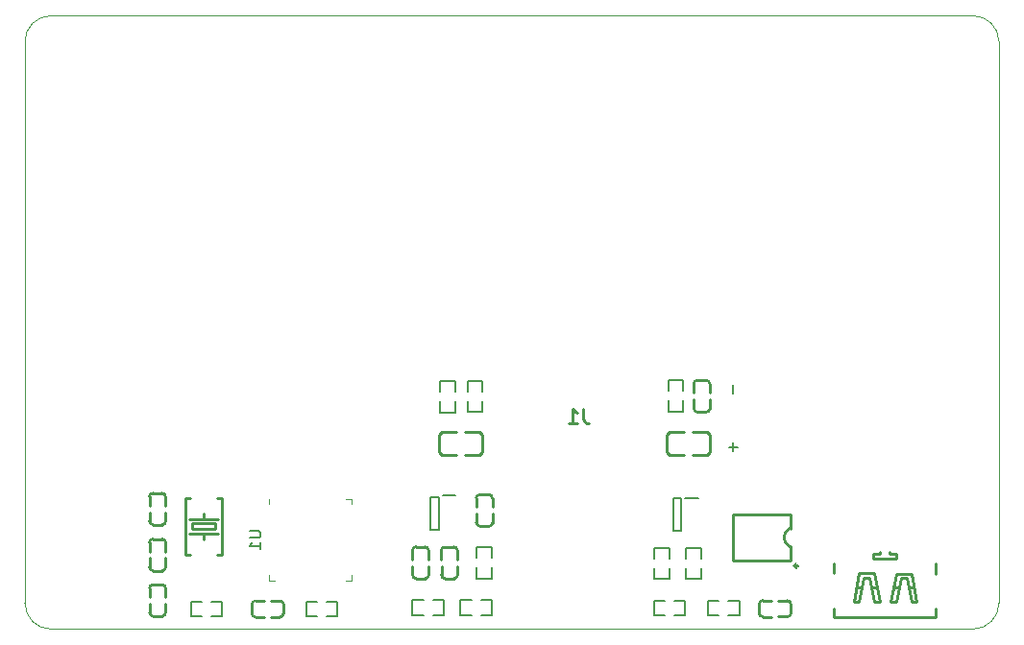
<source format=gbr>
%TF.GenerationSoftware,KiCad,Pcbnew,(6.0.2)*%
%TF.CreationDate,2022-03-14T13:43:41+08:00*%
%TF.ProjectId,game,67616d65-2e6b-4696-9361-645f70636258,0.1*%
%TF.SameCoordinates,Original*%
%TF.FileFunction,Legend,Bot*%
%TF.FilePolarity,Positive*%
%FSLAX46Y46*%
G04 Gerber Fmt 4.6, Leading zero omitted, Abs format (unit mm)*
G04 Created by KiCad (PCBNEW (6.0.2)) date 2022-03-14 13:43:41*
%MOMM*%
%LPD*%
G01*
G04 APERTURE LIST*
%TA.AperFunction,Profile*%
%ADD10C,0.100000*%
%TD*%
%ADD11C,0.150000*%
%ADD12C,0.254000*%
%ADD13C,0.152000*%
%ADD14C,0.120000*%
%ADD15C,0.250000*%
%ADD16C,0.200000*%
G04 APERTURE END LIST*
D10*
X109550200Y-123291600D02*
X190830200Y-123291600D01*
X190830200Y-123291600D02*
G75*
G03*
X193116200Y-121005600I0J2286000D01*
G01*
X193116200Y-71475600D02*
X193116200Y-121005600D01*
X107264200Y-71475600D02*
X107264200Y-121005600D01*
X193116200Y-71475600D02*
G75*
G03*
X190830200Y-69189600I-2286000J0D01*
G01*
X109550200Y-69189600D02*
X190830200Y-69189600D01*
X107264200Y-121005600D02*
G75*
G03*
X109550200Y-123291600I2286000J0D01*
G01*
X109550200Y-69189600D02*
G75*
G03*
X107264200Y-71475600I0J-2286000D01*
G01*
D11*
%TO.C,U1*%
X127042580Y-114655695D02*
X127852104Y-114655695D01*
X127947342Y-114703314D01*
X127994961Y-114750933D01*
X128042580Y-114846171D01*
X128042580Y-115036647D01*
X127994961Y-115131885D01*
X127947342Y-115179504D01*
X127852104Y-115227123D01*
X127042580Y-115227123D01*
X128042580Y-116227123D02*
X128042580Y-115655695D01*
X128042580Y-115941409D02*
X127042580Y-115941409D01*
X127185438Y-115846171D01*
X127280676Y-115750933D01*
X127328295Y-115655695D01*
D12*
%TO.C,J1*%
X156455533Y-103829123D02*
X156455533Y-104736266D01*
X156516009Y-104917695D01*
X156636961Y-105038647D01*
X156818390Y-105099123D01*
X156939342Y-105099123D01*
X155185533Y-105099123D02*
X155911247Y-105099123D01*
X155548390Y-105099123D02*
X155548390Y-103829123D01*
X155669342Y-104010552D01*
X155790295Y-104131504D01*
X155911247Y-104191980D01*
D11*
%TO.C,B1*%
X169680228Y-106852447D02*
X169680228Y-107614352D01*
X170061180Y-107233400D02*
X169299276Y-107233400D01*
X169680228Y-101752447D02*
X169680228Y-102514352D01*
D12*
%TO.C,Y1*%
X124612200Y-116698600D02*
X124206200Y-116698600D01*
X124282200Y-114844600D02*
X123012200Y-114844600D01*
X123012200Y-114844600D02*
X123012200Y-115352600D01*
X124612200Y-111720600D02*
X124612200Y-116698600D01*
X121412200Y-111720600D02*
X121818200Y-111720600D01*
X121996200Y-113955600D02*
X124028200Y-113955600D01*
X124282200Y-113574600D02*
X123012200Y-113574600D01*
X124028200Y-113955600D02*
X124028200Y-114463600D01*
X123012200Y-113574600D02*
X123012200Y-113066600D01*
X121818200Y-116698600D02*
X121412200Y-116698600D01*
X121412200Y-116698600D02*
X121412200Y-111720600D01*
X123012200Y-114844600D02*
X121742200Y-114844600D01*
X124028200Y-114463600D02*
X121996200Y-114463600D01*
X124206200Y-111720600D02*
X124612200Y-111720600D01*
X123012200Y-113574600D02*
X121742200Y-113574600D01*
X121996200Y-114463600D02*
X121996200Y-113955600D01*
D13*
%TO.C,R1*%
X163981800Y-104102600D02*
X163981800Y-103143600D01*
X165303800Y-104102600D02*
X163981800Y-104102600D01*
X165303800Y-103143600D02*
X165303800Y-104102600D01*
X165303800Y-102291600D02*
X165303800Y-101332600D01*
X165303800Y-101332600D02*
X163981800Y-101332600D01*
X163981800Y-101332600D02*
X163981800Y-102291600D01*
D14*
%TO.C,U1*%
X128800200Y-119027600D02*
X129275200Y-119027600D01*
X128800200Y-118552600D02*
X128800200Y-119027600D01*
X136020200Y-119027600D02*
X135545200Y-119027600D01*
X128800200Y-112282600D02*
X128800200Y-111807600D01*
X136020200Y-111807600D02*
X135545200Y-111807600D01*
X136020200Y-118552600D02*
X136020200Y-119027600D01*
X136020200Y-112282600D02*
X136020200Y-111807600D01*
D12*
%TO.C,C3*%
X119658200Y-112405600D02*
X119658200Y-111605600D01*
X118244200Y-112981600D02*
X118244200Y-113781600D01*
X119354200Y-114090600D02*
X118554200Y-114090600D01*
X118238200Y-112405600D02*
X118238200Y-111605600D01*
X119663200Y-112981600D02*
X119663200Y-113781600D01*
X119348200Y-111295600D02*
X118548200Y-111295600D01*
X118244200Y-113781600D02*
G75*
G03*
X118554227Y-114091600I309999J-1D01*
G01*
X119658200Y-111605600D02*
G75*
G03*
X119348173Y-111295600I-309999J1D01*
G01*
X118548200Y-111295600D02*
G75*
G03*
X118238200Y-111605600I0J-310000D01*
G01*
X119354200Y-114091600D02*
G75*
G03*
X119664200Y-113781600I0J310000D01*
G01*
%TO.C,J2*%
X181720800Y-118789000D02*
X182121800Y-120889000D01*
D15*
X182055800Y-117061000D02*
X182055800Y-116661000D01*
D12*
X180997800Y-119588000D02*
X180597800Y-119588000D01*
D15*
X183455800Y-116661000D02*
X183455800Y-116461000D01*
D12*
X184996800Y-118794000D02*
X185398800Y-120894000D01*
X182121800Y-120889000D02*
X182596800Y-120889000D01*
X185573800Y-119594000D02*
X185174800Y-119594000D01*
D15*
X184055800Y-117061000D02*
X184055800Y-116661000D01*
X187555800Y-121461000D02*
X187555800Y-122261000D01*
X178555800Y-117511000D02*
X178555800Y-118311000D01*
X187555800Y-117511000D02*
X187555800Y-118411000D01*
D12*
X180792800Y-120889000D02*
X181191800Y-118789000D01*
X182098800Y-118387000D02*
X180798800Y-118387000D01*
D15*
X184065800Y-117061000D02*
X182045800Y-117061000D01*
D12*
X184074800Y-118392000D02*
X183574800Y-120894000D01*
X182596800Y-120889000D02*
X182098800Y-118387000D01*
D15*
X178555800Y-121461000D02*
X178555800Y-122261000D01*
D12*
X181191800Y-118789000D02*
X181720800Y-118789000D01*
D15*
X184055800Y-116661000D02*
X183455800Y-116661000D01*
D12*
X184274800Y-119593000D02*
X183874800Y-119593000D01*
X184468800Y-118794000D02*
X184996800Y-118794000D01*
X180297800Y-120889000D02*
X180792800Y-120889000D01*
X185375800Y-118392000D02*
X184074800Y-118392000D01*
D15*
X182055800Y-116661000D02*
X182655800Y-116661000D01*
D12*
X180798800Y-118387000D02*
X180297800Y-120889000D01*
D15*
X182655800Y-116661000D02*
X182655800Y-116461000D01*
D12*
X182296800Y-119589000D02*
X181897800Y-119589000D01*
X185873800Y-120894000D02*
X185375800Y-118392000D01*
X183574800Y-120894000D02*
X184069800Y-120894000D01*
X185398800Y-120894000D02*
X185873800Y-120894000D01*
D15*
X187555800Y-122261000D02*
X178555800Y-122261000D01*
D12*
X184069800Y-120894000D02*
X184468800Y-118794000D01*
D16*
%TO.C,IC1*%
X165103800Y-114657800D02*
X165103800Y-111757800D01*
X164453800Y-114657800D02*
X165103800Y-114657800D01*
X164453800Y-111757800D02*
X164453800Y-114657800D01*
X165103800Y-111757800D02*
X164453800Y-111757800D01*
X166603800Y-111707800D02*
X165453800Y-111707800D01*
D13*
%TO.C,R2*%
X145161600Y-104169800D02*
X143839600Y-104169800D01*
X145161600Y-103210800D02*
X145161600Y-104169800D01*
X143839600Y-101399800D02*
X143839600Y-102358800D01*
X143839600Y-104169800D02*
X143839600Y-103210800D01*
X145161600Y-101399800D02*
X143839600Y-101399800D01*
X145161600Y-102358800D02*
X145161600Y-101399800D01*
%TO.C,R6*%
X164068200Y-117917400D02*
X164068200Y-118876400D01*
X162746200Y-116106400D02*
X162746200Y-117065400D01*
X164068200Y-116106400D02*
X162746200Y-116106400D01*
X162746200Y-118876400D02*
X162746200Y-117917400D01*
X164068200Y-117065400D02*
X164068200Y-116106400D01*
X164068200Y-118876400D02*
X162746200Y-118876400D01*
%TO.C,R11*%
X121890200Y-122174600D02*
X121890200Y-120852600D01*
X123701200Y-122174600D02*
X124660200Y-122174600D01*
X124660200Y-122174600D02*
X124660200Y-120852600D01*
X124660200Y-120852600D02*
X123701200Y-120852600D01*
X122849200Y-122174600D02*
X121890200Y-122174600D01*
X121890200Y-120852600D02*
X122849200Y-120852600D01*
%TO.C,R7*%
X146598200Y-122073000D02*
X145639200Y-122073000D01*
X147450200Y-122073000D02*
X148409200Y-122073000D01*
X148409200Y-120751000D02*
X147450200Y-120751000D01*
X148409200Y-122073000D02*
X148409200Y-120751000D01*
X145639200Y-120751000D02*
X146598200Y-120751000D01*
X145639200Y-122073000D02*
X145639200Y-120751000D01*
%TO.C,R8*%
X148412800Y-116048200D02*
X147090800Y-116048200D01*
X148412800Y-118818200D02*
X147090800Y-118818200D01*
X147090800Y-116048200D02*
X147090800Y-117007200D01*
X147090800Y-118818200D02*
X147090800Y-117859200D01*
X148412800Y-117859200D02*
X148412800Y-118818200D01*
X148412800Y-117007200D02*
X148412800Y-116048200D01*
%TO.C,R9*%
X163658000Y-120776400D02*
X162699000Y-120776400D01*
X162699000Y-122098400D02*
X163658000Y-122098400D01*
X164510000Y-120776400D02*
X165469000Y-120776400D01*
X162699000Y-120776400D02*
X162699000Y-122098400D01*
X165469000Y-122098400D02*
X164510000Y-122098400D01*
X165469000Y-120776400D02*
X165469000Y-122098400D01*
D12*
%TO.C,C5*%
X143974400Y-117734400D02*
X143974400Y-118534400D01*
X143968400Y-117158400D02*
X143968400Y-116358400D01*
X145084400Y-118843400D02*
X144284400Y-118843400D01*
X145388400Y-117158400D02*
X145388400Y-116358400D01*
X145078400Y-116048400D02*
X144278400Y-116048400D01*
X145393400Y-117734400D02*
X145393400Y-118534400D01*
X143974400Y-118534400D02*
G75*
G03*
X144284427Y-118844400I309999J-1D01*
G01*
X145084400Y-118844400D02*
G75*
G03*
X145394400Y-118534400I0J310000D01*
G01*
X144278400Y-116048400D02*
G75*
G03*
X143968400Y-116358400I0J-310000D01*
G01*
X145388400Y-116358400D02*
G75*
G03*
X145078373Y-116048400I-309999J1D01*
G01*
D13*
%TO.C,R4*%
X167448800Y-120776400D02*
X167448800Y-122098400D01*
X170218800Y-120776400D02*
X170218800Y-122098400D01*
X167448800Y-122098400D02*
X168407800Y-122098400D01*
X169259800Y-120776400D02*
X170218800Y-120776400D01*
X170218800Y-122098400D02*
X169259800Y-122098400D01*
X168407800Y-120776400D02*
X167448800Y-120776400D01*
%TO.C,R3*%
X147600000Y-104153400D02*
X146278000Y-104153400D01*
X147600000Y-102342400D02*
X147600000Y-101383400D01*
X146278000Y-104153400D02*
X146278000Y-103194400D01*
X146278000Y-101383400D02*
X146278000Y-102342400D01*
X147600000Y-103194400D02*
X147600000Y-104153400D01*
X147600000Y-101383400D02*
X146278000Y-101383400D01*
D12*
%TO.C,FB1*%
X163815400Y-106146600D02*
X164069400Y-105892600D01*
X167625400Y-106146600D02*
X167625400Y-107543600D01*
X167625400Y-107543600D02*
X167625400Y-107670600D01*
X165339400Y-107924600D02*
X164196400Y-107924600D01*
X164069400Y-105892600D02*
X165339400Y-105892600D01*
X166101400Y-105892600D02*
X167244400Y-105892600D01*
X163815400Y-107670600D02*
X163815400Y-106273600D01*
X163815400Y-106273600D02*
X163815400Y-106146600D01*
X167244400Y-105892600D02*
X167371400Y-105892600D01*
X164196400Y-107924600D02*
X164069400Y-107924600D01*
X167371400Y-107924600D02*
X166101400Y-107924600D01*
X167371400Y-105892600D02*
X167625400Y-106146600D01*
X164069400Y-107924600D02*
X163815400Y-107670600D01*
X167625400Y-107670600D02*
X167371400Y-107924600D01*
%TO.C,FB2*%
X147330800Y-105903800D02*
X147584800Y-106157800D01*
X143774800Y-106284800D02*
X143774800Y-106157800D01*
X145298800Y-107935800D02*
X144155800Y-107935800D01*
X143774800Y-106157800D02*
X144028800Y-105903800D01*
X147330800Y-107935800D02*
X146060800Y-107935800D01*
X144155800Y-107935800D02*
X144028800Y-107935800D01*
X143774800Y-107681800D02*
X143774800Y-106284800D01*
X147584800Y-106157800D02*
X147584800Y-107554800D01*
X147203800Y-105903800D02*
X147330800Y-105903800D01*
X147584800Y-107554800D02*
X147584800Y-107681800D01*
X144028800Y-107935800D02*
X143774800Y-107681800D01*
X147584800Y-107681800D02*
X147330800Y-107935800D01*
X146060800Y-105903800D02*
X147203800Y-105903800D01*
X144028800Y-105903800D02*
X145298800Y-105903800D01*
%TO.C,C4*%
X173662600Y-122198200D02*
X174462600Y-122198200D01*
X174772600Y-121888200D02*
X174772600Y-121088200D01*
X171977600Y-121894200D02*
X171977600Y-121094200D01*
X173086600Y-120784200D02*
X172286600Y-120784200D01*
X173662600Y-120778200D02*
X174462600Y-120778200D01*
X173086600Y-122203200D02*
X172286600Y-122203200D01*
X174462600Y-122198200D02*
G75*
G03*
X174772600Y-121888173I1J309999D01*
G01*
X171976600Y-121894200D02*
G75*
G03*
X172286600Y-122204200I310000J0D01*
G01*
X172286600Y-120784200D02*
G75*
G03*
X171976600Y-121094227I-1J-309999D01*
G01*
X174772600Y-121088200D02*
G75*
G03*
X174462600Y-120778200I-310000J0D01*
G01*
%TO.C,C6*%
X141423400Y-117142400D02*
X141423400Y-116342400D01*
X141738400Y-118828400D02*
X142538400Y-118828400D01*
X141732400Y-116033400D02*
X142532400Y-116033400D01*
X141428400Y-117718400D02*
X141428400Y-118518400D01*
X142842400Y-117142400D02*
X142842400Y-116342400D01*
X142848400Y-117718400D02*
X142848400Y-118518400D01*
X141732400Y-116032400D02*
G75*
G03*
X141422400Y-116342400I0J-310000D01*
G01*
X142538400Y-118828400D02*
G75*
G03*
X142848400Y-118518400I0J310000D01*
G01*
X142842400Y-116342400D02*
G75*
G03*
X142532373Y-116032400I-309999J1D01*
G01*
X141428400Y-118518400D02*
G75*
G03*
X141738427Y-118828400I309999J-1D01*
G01*
D16*
%TO.C,IC2*%
X142983000Y-111630800D02*
X142983000Y-114530800D01*
X143783000Y-111630800D02*
X142983000Y-111630800D01*
X143783000Y-114530800D02*
X143783000Y-111630800D01*
X142983000Y-114530800D02*
X143783000Y-114530800D01*
X145233000Y-111480800D02*
X144133000Y-111480800D01*
D13*
%TO.C,R12*%
X134820200Y-120852600D02*
X133861200Y-120852600D01*
X134820200Y-122174600D02*
X134820200Y-120852600D01*
X133861200Y-122174600D02*
X134820200Y-122174600D01*
X133009200Y-122174600D02*
X132050200Y-122174600D01*
X132050200Y-120852600D02*
X133009200Y-120852600D01*
X132050200Y-122174600D02*
X132050200Y-120852600D01*
D12*
%TO.C,C7*%
X119658200Y-120471600D02*
X119658200Y-119671600D01*
X118244200Y-121047600D02*
X118244200Y-121847600D01*
X118238200Y-120471600D02*
X118238200Y-119671600D01*
X119663200Y-121047600D02*
X119663200Y-121847600D01*
X119354200Y-122156600D02*
X118554200Y-122156600D01*
X119348200Y-119361600D02*
X118548200Y-119361600D01*
X118548200Y-119361600D02*
G75*
G03*
X118238200Y-119671600I0J-310000D01*
G01*
X118244200Y-121847600D02*
G75*
G03*
X118554227Y-122157600I309999J-1D01*
G01*
X119354200Y-122157600D02*
G75*
G03*
X119664200Y-121847600I0J310000D01*
G01*
X119658200Y-119671600D02*
G75*
G03*
X119348173Y-119361600I-309999J1D01*
G01*
%TO.C,C8*%
X128942200Y-120803600D02*
X129742200Y-120803600D01*
X128942200Y-122223600D02*
X129742200Y-122223600D01*
X128366200Y-122228600D02*
X127566200Y-122228600D01*
X127257200Y-121919600D02*
X127257200Y-121119600D01*
X130052200Y-121913600D02*
X130052200Y-121113600D01*
X128366200Y-120809600D02*
X127566200Y-120809600D01*
X129742200Y-122223600D02*
G75*
G03*
X130052200Y-121913573I1J309999D01*
G01*
X127256200Y-121919600D02*
G75*
G03*
X127566200Y-122229600I310000J0D01*
G01*
X130052200Y-121113600D02*
G75*
G03*
X129742200Y-120803600I-310000J0D01*
G01*
X127566200Y-120809600D02*
G75*
G03*
X127256200Y-121119627I-1J-309999D01*
G01*
D13*
%TO.C,R5*%
X166862200Y-118885400D02*
X165540200Y-118885400D01*
X166862200Y-117926400D02*
X166862200Y-118885400D01*
X166862200Y-117074400D02*
X166862200Y-116115400D01*
X166862200Y-116115400D02*
X165540200Y-116115400D01*
X165540200Y-116115400D02*
X165540200Y-117074400D01*
X165540200Y-118885400D02*
X165540200Y-117926400D01*
D12*
%TO.C,C9*%
X119652200Y-116453600D02*
X119652200Y-115653600D01*
X118548200Y-118139600D02*
X119348200Y-118139600D01*
X119658200Y-117029600D02*
X119658200Y-117829600D01*
X118238200Y-117029600D02*
X118238200Y-117829600D01*
X118233200Y-116453600D02*
X118233200Y-115653600D01*
X118542200Y-115344600D02*
X119342200Y-115344600D01*
X118542200Y-115343600D02*
G75*
G03*
X118232200Y-115653600I0J-310000D01*
G01*
X119652200Y-115653600D02*
G75*
G03*
X119342173Y-115343600I-309999J1D01*
G01*
X119348200Y-118139600D02*
G75*
G03*
X119658200Y-117829600I0J310000D01*
G01*
X118238200Y-117829600D02*
G75*
G03*
X118548227Y-118139600I309999J-1D01*
G01*
%TO.C,IC3*%
X174736600Y-116014400D02*
X174736600Y-117264400D01*
X169636600Y-113164400D02*
X169636600Y-117264400D01*
X174736600Y-113164400D02*
X169636600Y-113164400D01*
X169636600Y-117264400D02*
X174736600Y-117264400D01*
X174736600Y-114414400D02*
X174736600Y-113164400D01*
X174686600Y-114414400D02*
G75*
G03*
X174686204Y-116014214I374999J-800000D01*
G01*
X175386600Y-117714400D02*
G75*
G03*
X175386600Y-117714400I-170000J0D01*
G01*
%TO.C,C1*%
X167638800Y-103037200D02*
X167638800Y-103837200D01*
X166218800Y-103037200D02*
X166218800Y-103837200D01*
X166528800Y-104147200D02*
X167328800Y-104147200D01*
X166213800Y-102461200D02*
X166213800Y-101661200D01*
X166522800Y-101352200D02*
X167322800Y-101352200D01*
X167632800Y-102461200D02*
X167632800Y-101661200D01*
X167328800Y-104147200D02*
G75*
G03*
X167638800Y-103837200I0J310000D01*
G01*
X166218800Y-103837200D02*
G75*
G03*
X166528827Y-104147200I309999J-1D01*
G01*
X166522800Y-101351200D02*
G75*
G03*
X166212800Y-101661200I0J-310000D01*
G01*
X167632800Y-101661200D02*
G75*
G03*
X167322773Y-101351200I-309999J1D01*
G01*
%TO.C,C2*%
X147047800Y-113108600D02*
X147047800Y-113908600D01*
X148461800Y-112532600D02*
X148461800Y-111732600D01*
X147041800Y-112532600D02*
X147041800Y-111732600D01*
X148151800Y-111422600D02*
X147351800Y-111422600D01*
X148466800Y-113108600D02*
X148466800Y-113908600D01*
X148157800Y-114217600D02*
X147357800Y-114217600D01*
X148461800Y-111732600D02*
G75*
G03*
X148151773Y-111422600I-309999J1D01*
G01*
X148157800Y-114218600D02*
G75*
G03*
X148467800Y-113908600I0J310000D01*
G01*
X147047800Y-113908600D02*
G75*
G03*
X147357827Y-114218600I309999J-1D01*
G01*
X147351800Y-111422600D02*
G75*
G03*
X147041800Y-111732600I0J-310000D01*
G01*
D13*
%TO.C,R10*%
X142381800Y-122073000D02*
X141422800Y-122073000D01*
X141422800Y-122073000D02*
X141422800Y-120751000D01*
X143233800Y-122073000D02*
X144192800Y-122073000D01*
X144192800Y-122073000D02*
X144192800Y-120751000D01*
X144192800Y-120751000D02*
X143233800Y-120751000D01*
X141422800Y-120751000D02*
X142381800Y-120751000D01*
%TD*%
M02*

</source>
